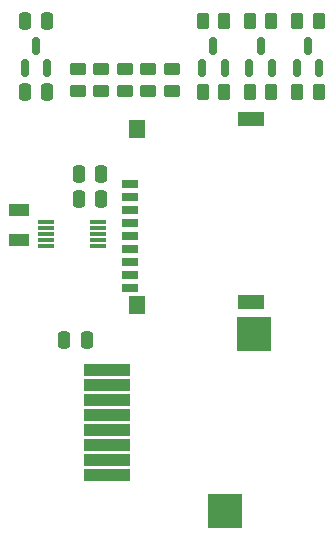
<source format=gtp>
%TF.GenerationSoftware,KiCad,Pcbnew,(6.0.9)*%
%TF.CreationDate,2022-12-02T21:30:47+00:00*%
%TF.ProjectId,SPIRadioCFRTC,53504952-6164-4696-9f43-465254432e6b,rev?*%
%TF.SameCoordinates,Original*%
%TF.FileFunction,Paste,Top*%
%TF.FilePolarity,Positive*%
%FSLAX46Y46*%
G04 Gerber Fmt 4.6, Leading zero omitted, Abs format (unit mm)*
G04 Created by KiCad (PCBNEW (6.0.9)) date 2022-12-02 21:30:47*
%MOMM*%
%LPD*%
G01*
G04 APERTURE LIST*
G04 Aperture macros list*
%AMRoundRect*
0 Rectangle with rounded corners*
0 $1 Rounding radius*
0 $2 $3 $4 $5 $6 $7 $8 $9 X,Y pos of 4 corners*
0 Add a 4 corners polygon primitive as box body*
4,1,4,$2,$3,$4,$5,$6,$7,$8,$9,$2,$3,0*
0 Add four circle primitives for the rounded corners*
1,1,$1+$1,$2,$3*
1,1,$1+$1,$4,$5*
1,1,$1+$1,$6,$7*
1,1,$1+$1,$8,$9*
0 Add four rect primitives between the rounded corners*
20,1,$1+$1,$2,$3,$4,$5,0*
20,1,$1+$1,$4,$5,$6,$7,0*
20,1,$1+$1,$6,$7,$8,$9,0*
20,1,$1+$1,$8,$9,$2,$3,0*%
G04 Aperture macros list end*
%ADD10RoundRect,0.250000X0.250000X0.475000X-0.250000X0.475000X-0.250000X-0.475000X0.250000X-0.475000X0*%
%ADD11RoundRect,0.150000X0.150000X-0.587500X0.150000X0.587500X-0.150000X0.587500X-0.150000X-0.587500X0*%
%ADD12R,1.400000X0.300000*%
%ADD13R,4.000000X1.000000*%
%ADD14R,3.000000X3.000000*%
%ADD15RoundRect,0.250000X0.450000X-0.262500X0.450000X0.262500X-0.450000X0.262500X-0.450000X-0.262500X0*%
%ADD16RoundRect,0.250000X0.262500X0.450000X-0.262500X0.450000X-0.262500X-0.450000X0.262500X-0.450000X0*%
%ADD17R,1.400000X0.700000*%
%ADD18R,1.400000X1.600000*%
%ADD19R,2.200000X1.200000*%
%ADD20R,1.800000X1.000000*%
G04 APERTURE END LIST*
D10*
%TO.C,C2*%
X27783000Y-57000000D03*
X25883000Y-57000000D03*
%TD*%
D11*
%TO.C,Q2*%
X41550000Y-33937500D03*
X43450000Y-33937500D03*
X42500000Y-32062500D03*
%TD*%
%TO.C,U3*%
X22550000Y-33937500D03*
X24450000Y-33937500D03*
X23500000Y-32062500D03*
%TD*%
D12*
%TO.C,U1*%
X24300000Y-47000000D03*
X24300000Y-47500000D03*
X24300000Y-48000000D03*
X24300000Y-48500000D03*
X24300000Y-49000000D03*
X28700000Y-49000000D03*
X28700000Y-48500000D03*
X28700000Y-48000000D03*
X28700000Y-47500000D03*
X28700000Y-47000000D03*
%TD*%
D13*
%TO.C,U2*%
X29470000Y-59555000D03*
X29470000Y-60825000D03*
X29470000Y-62095000D03*
X29470000Y-63365000D03*
X29470000Y-64635000D03*
X29470000Y-65905000D03*
X29470000Y-67175000D03*
X29470000Y-68445000D03*
D14*
X41970000Y-56500000D03*
X39470000Y-71500000D03*
%TD*%
D15*
%TO.C,R6*%
X27000000Y-35912500D03*
X27000000Y-34087500D03*
%TD*%
D11*
%TO.C,Q3*%
X45550000Y-33937500D03*
X47450000Y-33937500D03*
X46500000Y-32062500D03*
%TD*%
D10*
%TO.C,C3*%
X29000000Y-42950000D03*
X27100000Y-42950000D03*
%TD*%
D15*
%TO.C,R8*%
X33000000Y-35912500D03*
X33000000Y-34087500D03*
%TD*%
D16*
%TO.C,R1*%
X39412500Y-30000000D03*
X37587500Y-30000000D03*
%TD*%
%TO.C,R4*%
X43412500Y-36000000D03*
X41587500Y-36000000D03*
%TD*%
D11*
%TO.C,Q1*%
X37550000Y-33937500D03*
X39450000Y-33937500D03*
X38500000Y-32062500D03*
%TD*%
D17*
%TO.C,J2*%
X31470000Y-43750000D03*
X31470000Y-44850000D03*
X31470000Y-45950000D03*
X31470000Y-47050000D03*
X31470000Y-48150000D03*
X31470000Y-49250000D03*
X31470000Y-50350000D03*
X31470000Y-51450000D03*
X31470000Y-52550000D03*
D18*
X32070000Y-39150000D03*
D19*
X41670000Y-53750000D03*
X41670000Y-38250000D03*
D18*
X32070000Y-54000000D03*
%TD*%
D15*
%TO.C,R5*%
X29000000Y-35912500D03*
X29000000Y-34087500D03*
%TD*%
D16*
%TO.C,R10*%
X47412500Y-30000000D03*
X45587500Y-30000000D03*
%TD*%
D10*
%TO.C,C1*%
X29000000Y-45050000D03*
X27100000Y-45050000D03*
%TD*%
D20*
%TO.C,Y1*%
X22000000Y-48500000D03*
X22000000Y-46000000D03*
%TD*%
D16*
%TO.C,R3*%
X43412500Y-30000000D03*
X41587500Y-30000000D03*
%TD*%
D10*
%TO.C,C5*%
X24450000Y-36000000D03*
X22550000Y-36000000D03*
%TD*%
D16*
%TO.C,R2*%
X39412500Y-36000000D03*
X37587500Y-36000000D03*
%TD*%
D10*
%TO.C,C4*%
X24450000Y-30000000D03*
X22550000Y-30000000D03*
%TD*%
D15*
%TO.C,R7*%
X31000000Y-35912500D03*
X31000000Y-34087500D03*
%TD*%
%TO.C,R9*%
X35000000Y-35912500D03*
X35000000Y-34087500D03*
%TD*%
D16*
%TO.C,R11*%
X47412500Y-36000000D03*
X45587500Y-36000000D03*
%TD*%
M02*

</source>
